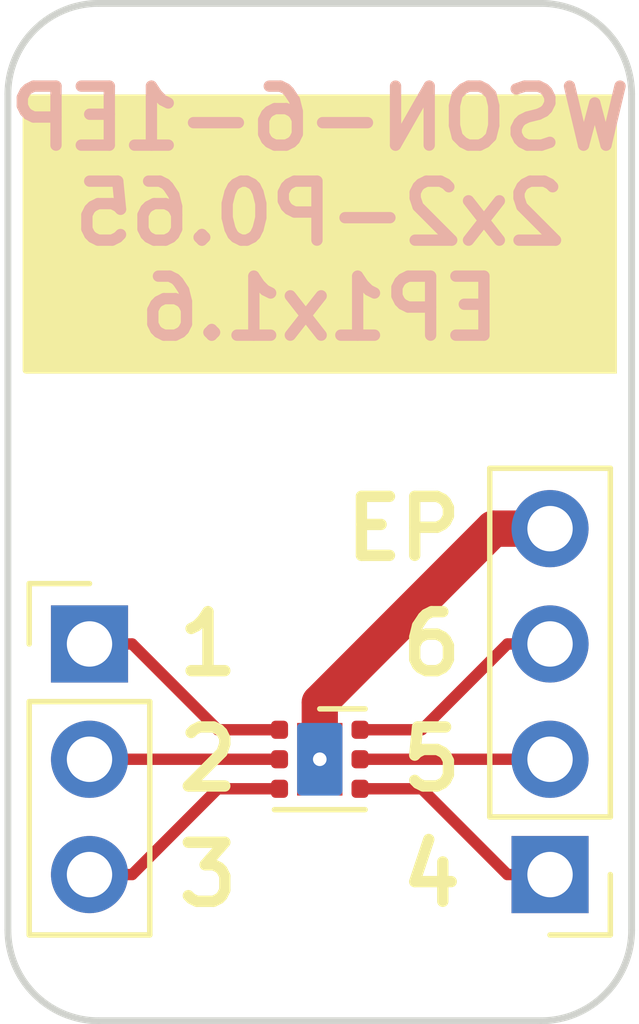
<source format=kicad_pcb>
(kicad_pcb (version 20171130) (host pcbnew 5.1.7-a382d34a8~87~ubuntu20.04.1)

  (general
    (thickness 1)
    (drawings 18)
    (tracks 18)
    (zones 0)
    (modules 3)
    (nets 8)
  )

  (page A4)
  (title_block
    (title BRK-WSON-6-1EP-2x2-P0.65-EP1x1.6)
    (rev v1.0)
    (company https://gekkio.fi)
  )

  (layers
    (0 F.Cu signal)
    (31 B.Cu signal)
    (32 B.Adhes user)
    (33 F.Adhes user)
    (34 B.Paste user)
    (35 F.Paste user)
    (36 B.SilkS user)
    (37 F.SilkS user)
    (38 B.Mask user)
    (39 F.Mask user)
    (40 Dwgs.User user)
    (41 Cmts.User user)
    (42 Eco1.User user)
    (43 Eco2.User user)
    (44 Edge.Cuts user)
    (45 Margin user)
    (46 B.CrtYd user)
    (47 F.CrtYd user)
    (48 B.Fab user)
    (49 F.Fab user)
  )

  (setup
    (last_trace_width 0.25)
    (trace_clearance 0.2)
    (zone_clearance 0.508)
    (zone_45_only no)
    (trace_min 0.2)
    (via_size 0.8)
    (via_drill 0.4)
    (via_min_size 0.4)
    (via_min_drill 0.3)
    (uvia_size 0.3)
    (uvia_drill 0.1)
    (uvias_allowed no)
    (uvia_min_size 0.2)
    (uvia_min_drill 0.1)
    (edge_width 0.05)
    (segment_width 0.2)
    (pcb_text_width 0.3)
    (pcb_text_size 1.5 1.5)
    (mod_edge_width 0.12)
    (mod_text_size 1 1)
    (mod_text_width 0.15)
    (pad_size 1.524 1.524)
    (pad_drill 0.762)
    (pad_to_mask_clearance 0)
    (aux_axis_origin 0 0)
    (visible_elements FFFFFF7F)
    (pcbplotparams
      (layerselection 0x010fc_ffffffff)
      (usegerberextensions false)
      (usegerberattributes true)
      (usegerberadvancedattributes true)
      (creategerberjobfile true)
      (excludeedgelayer true)
      (linewidth 0.150000)
      (plotframeref false)
      (viasonmask false)
      (mode 1)
      (useauxorigin false)
      (hpglpennumber 1)
      (hpglpenspeed 20)
      (hpglpendiameter 15.000000)
      (psnegative false)
      (psa4output false)
      (plotreference true)
      (plotvalue true)
      (plotinvisibletext false)
      (padsonsilk false)
      (subtractmaskfromsilk false)
      (outputformat 1)
      (mirror false)
      (drillshape 0)
      (scaleselection 1)
      (outputdirectory "gerber/"))
  )

  (net 0 "")
  (net 1 PIN1)
  (net 2 PIN2)
  (net 3 PIN3)
  (net 4 PIN4)
  (net 5 PIN5)
  (net 6 PIN6)
  (net 7 EP)

  (net_class Default "This is the default net class."
    (clearance 0.2)
    (trace_width 0.25)
    (via_dia 0.8)
    (via_drill 0.4)
    (uvia_dia 0.3)
    (uvia_drill 0.1)
    (add_net EP)
    (add_net PIN1)
    (add_net PIN2)
    (add_net PIN3)
    (add_net PIN4)
    (add_net PIN5)
    (add_net PIN6)
  )

  (module PinHeader_1x04_P2.54mm_Vertical (layer F.Cu) (tedit 59FED5CC) (tstamp 5F774D89)
    (at 105.08 102.54 180)
    (descr "Through hole straight pin header, 1x04, 2.54mm pitch, single row")
    (tags "Through hole pin header THT 1x04 2.54mm single row")
    (fp_text reference J2 (at 0 -2.33 180) (layer F.SilkS) hide
      (effects (font (size 1 1) (thickness 0.15)))
    )
    (fp_text value PinHeader_1x04_P2.54mm_Vertical (at 0 9.95 180) (layer F.Fab) hide
      (effects (font (size 1 1) (thickness 0.15)))
    )
    (fp_line (start 1.8 -1.8) (end -1.8 -1.8) (layer F.CrtYd) (width 0.05))
    (fp_line (start 1.8 9.4) (end 1.8 -1.8) (layer F.CrtYd) (width 0.05))
    (fp_line (start -1.8 9.4) (end 1.8 9.4) (layer F.CrtYd) (width 0.05))
    (fp_line (start -1.8 -1.8) (end -1.8 9.4) (layer F.CrtYd) (width 0.05))
    (fp_line (start -1.33 -1.33) (end 0 -1.33) (layer F.SilkS) (width 0.12))
    (fp_line (start -1.33 0) (end -1.33 -1.33) (layer F.SilkS) (width 0.12))
    (fp_line (start -1.33 1.27) (end 1.33 1.27) (layer F.SilkS) (width 0.12))
    (fp_line (start 1.33 1.27) (end 1.33 8.95) (layer F.SilkS) (width 0.12))
    (fp_line (start -1.33 1.27) (end -1.33 8.95) (layer F.SilkS) (width 0.12))
    (fp_line (start -1.33 8.95) (end 1.33 8.95) (layer F.SilkS) (width 0.12))
    (fp_line (start -1.27 -0.635) (end -0.635 -1.27) (layer F.Fab) (width 0.1))
    (fp_line (start -1.27 8.89) (end -1.27 -0.635) (layer F.Fab) (width 0.1))
    (fp_line (start 1.27 8.89) (end -1.27 8.89) (layer F.Fab) (width 0.1))
    (fp_line (start 1.27 -1.27) (end 1.27 8.89) (layer F.Fab) (width 0.1))
    (fp_line (start -0.635 -1.27) (end 1.27 -1.27) (layer F.Fab) (width 0.1))
    (fp_text user %R (at 0 3.81 270) (layer F.Fab)
      (effects (font (size 1 1) (thickness 0.15)))
    )
    (pad 4 thru_hole oval (at 0 7.62 180) (size 1.7 1.7) (drill 1) (layers *.Cu *.Mask)
      (net 7 EP))
    (pad 3 thru_hole oval (at 0 5.08 180) (size 1.7 1.7) (drill 1) (layers *.Cu *.Mask)
      (net 6 PIN6))
    (pad 2 thru_hole oval (at 0 2.54 180) (size 1.7 1.7) (drill 1) (layers *.Cu *.Mask)
      (net 5 PIN5))
    (pad 1 thru_hole rect (at 0 0 180) (size 1.7 1.7) (drill 1) (layers *.Cu *.Mask)
      (net 4 PIN4))
    (model ${KISYS3DMOD}/Connector_PinHeader_2.54mm.3dshapes/PinHeader_1x04_P2.54mm_Vertical.wrl
      (at (xyz 0 0 0))
      (scale (xyz 1 1 1))
      (rotate (xyz 0 0 0))
    )
  )

  (module PinHeader_1x03_P2.54mm_Vertical (layer F.Cu) (tedit 59FED5CC) (tstamp 5F774D73)
    (at 94.92 97.46)
    (descr "Through hole straight pin header, 1x03, 2.54mm pitch, single row")
    (tags "Through hole pin header THT 1x03 2.54mm single row")
    (fp_text reference J1 (at 0 -2.33) (layer F.SilkS) hide
      (effects (font (size 1 1) (thickness 0.15)))
    )
    (fp_text value PinHeader_1x03_P2.54mm_Vertical (at 0 7.41) (layer F.Fab) hide
      (effects (font (size 1 1) (thickness 0.15)))
    )
    (fp_line (start 1.8 -1.8) (end -1.8 -1.8) (layer F.CrtYd) (width 0.05))
    (fp_line (start 1.8 6.85) (end 1.8 -1.8) (layer F.CrtYd) (width 0.05))
    (fp_line (start -1.8 6.85) (end 1.8 6.85) (layer F.CrtYd) (width 0.05))
    (fp_line (start -1.8 -1.8) (end -1.8 6.85) (layer F.CrtYd) (width 0.05))
    (fp_line (start -1.33 -1.33) (end 0 -1.33) (layer F.SilkS) (width 0.12))
    (fp_line (start -1.33 0) (end -1.33 -1.33) (layer F.SilkS) (width 0.12))
    (fp_line (start -1.33 1.27) (end 1.33 1.27) (layer F.SilkS) (width 0.12))
    (fp_line (start 1.33 1.27) (end 1.33 6.41) (layer F.SilkS) (width 0.12))
    (fp_line (start -1.33 1.27) (end -1.33 6.41) (layer F.SilkS) (width 0.12))
    (fp_line (start -1.33 6.41) (end 1.33 6.41) (layer F.SilkS) (width 0.12))
    (fp_line (start -1.27 -0.635) (end -0.635 -1.27) (layer F.Fab) (width 0.1))
    (fp_line (start -1.27 6.35) (end -1.27 -0.635) (layer F.Fab) (width 0.1))
    (fp_line (start 1.27 6.35) (end -1.27 6.35) (layer F.Fab) (width 0.1))
    (fp_line (start 1.27 -1.27) (end 1.27 6.35) (layer F.Fab) (width 0.1))
    (fp_line (start -0.635 -1.27) (end 1.27 -1.27) (layer F.Fab) (width 0.1))
    (fp_text user %R (at 0 2.54 90) (layer F.Fab)
      (effects (font (size 1 1) (thickness 0.15)))
    )
    (pad 3 thru_hole oval (at 0 5.08) (size 1.7 1.7) (drill 1) (layers *.Cu *.Mask)
      (net 3 PIN3))
    (pad 2 thru_hole oval (at 0 2.54) (size 1.7 1.7) (drill 1) (layers *.Cu *.Mask)
      (net 2 PIN2))
    (pad 1 thru_hole rect (at 0 0) (size 1.7 1.7) (drill 1) (layers *.Cu *.Mask)
      (net 1 PIN1))
    (model ${KISYS3DMOD}/Connector_PinHeader_2.54mm.3dshapes/PinHeader_1x03_P2.54mm_Vertical.wrl
      (at (xyz 0 0 0))
      (scale (xyz 1 1 1))
      (rotate (xyz 0 0 0))
    )
  )

  (module WSON-6-1EP_2x2mm_P0.65mm_EP1x1.6mm (layer F.Cu) (tedit 5DC5FB10) (tstamp 5F774B2F)
    (at 100 100)
    (descr "WSON, 6 Pin (http://www.ti.com/lit/ds/symlink/tps61040.pdf#page=35), generated with kicad-footprint-generator ipc_noLead_generator.py")
    (tags "WSON NoLead")
    (attr smd)
    (fp_text reference U1 (at 0 -1.95) (layer F.SilkS) hide
      (effects (font (size 1 1) (thickness 0.15)))
    )
    (fp_text value WSON-6-1EP_2x2mm_P0.65mm_EP1x1.6mm (at 0 1.95) (layer F.Fab) hide
      (effects (font (size 1 1) (thickness 0.15)))
    )
    (fp_line (start 1.32 -1.25) (end -1.32 -1.25) (layer F.CrtYd) (width 0.05))
    (fp_line (start 1.32 1.25) (end 1.32 -1.25) (layer F.CrtYd) (width 0.05))
    (fp_line (start -1.32 1.25) (end 1.32 1.25) (layer F.CrtYd) (width 0.05))
    (fp_line (start -1.32 -1.25) (end -1.32 1.25) (layer F.CrtYd) (width 0.05))
    (fp_line (start -1 -0.5) (end -0.5 -1) (layer F.Fab) (width 0.1))
    (fp_line (start -1 1) (end -1 -0.5) (layer F.Fab) (width 0.1))
    (fp_line (start 1 1) (end -1 1) (layer F.Fab) (width 0.1))
    (fp_line (start 1 -1) (end 1 1) (layer F.Fab) (width 0.1))
    (fp_line (start -0.5 -1) (end 1 -1) (layer F.Fab) (width 0.1))
    (fp_line (start -1 1.11) (end 1 1.11) (layer F.SilkS) (width 0.12))
    (fp_line (start 0 -1.11) (end 1 -1.11) (layer F.SilkS) (width 0.12))
    (fp_text user %R (at 0 0) (layer F.Fab)
      (effects (font (size 0.5 0.5) (thickness 0.08)))
    )
    (pad "" smd roundrect (at 0 0.4) (size 0.81 0.64) (layers F.Paste) (roundrect_rratio 0.25))
    (pad "" smd roundrect (at 0 -0.4) (size 0.81 0.64) (layers F.Paste) (roundrect_rratio 0.25))
    (pad 7 smd rect (at 0 0) (size 1 1.6) (layers F.Cu F.Mask)
      (net 7 EP))
    (pad 6 smd roundrect (at 0.8875 -0.65) (size 0.375 0.4) (layers F.Cu F.Paste F.Mask) (roundrect_rratio 0.25)
      (net 6 PIN6))
    (pad 5 smd roundrect (at 0.8875 0) (size 0.375 0.4) (layers F.Cu F.Paste F.Mask) (roundrect_rratio 0.25)
      (net 5 PIN5))
    (pad 4 smd roundrect (at 0.8875 0.65) (size 0.375 0.4) (layers F.Cu F.Paste F.Mask) (roundrect_rratio 0.25)
      (net 4 PIN4))
    (pad 3 smd roundrect (at -0.8875 0.65) (size 0.375 0.4) (layers F.Cu F.Paste F.Mask) (roundrect_rratio 0.25)
      (net 3 PIN3))
    (pad 2 smd roundrect (at -0.8875 0) (size 0.375 0.4) (layers F.Cu F.Paste F.Mask) (roundrect_rratio 0.25)
      (net 2 PIN2))
    (pad 1 smd roundrect (at -0.8875 -0.65) (size 0.375 0.4) (layers F.Cu F.Paste F.Mask) (roundrect_rratio 0.25)
      (net 1 PIN1))
    (model ${KISYS3DMOD}/Package_SON.3dshapes/WSON-6-1EP_2x2mm_P0.65mm_EP1x1.6mm.wrl
      (at (xyz 0 0 0))
      (scale (xyz 1 1 1))
      (rotate (xyz 0 0 0))
    )
  )

  (gr_arc (start 104.88 85.35) (end 104.88 83.35) (angle 90) (layer Edge.Cuts) (width 0.15))
  (gr_arc (start 95.12 85.35) (end 93.12 85.35) (angle 90) (layer Edge.Cuts) (width 0.15))
  (gr_arc (start 95.12 103.76) (end 95.12 105.76) (angle 90) (layer Edge.Cuts) (width 0.15))
  (gr_arc (start 104.88 103.76) (end 106.88 103.76) (angle 90) (layer Edge.Cuts) (width 0.15))
  (gr_line (start 95.12 105.76) (end 104.88 105.76) (layer Edge.Cuts) (width 0.15))
  (gr_line (start 95.12 83.35) (end 104.88 83.35) (layer Edge.Cuts) (width 0.15))
  (gr_line (start 106.88 103.76) (end 106.88 85.35) (layer Edge.Cuts) (width 0.15))
  (gr_line (start 93.12 85.35) (end 93.12 103.76) (layer Edge.Cuts) (width 0.15))
  (gr_text EP (at 103.25 94.92) (layer F.SilkS)
    (effects (font (size 1.3 1.3) (thickness 0.25)) (justify right))
  )
  (gr_text 6 (at 103.25 97.46) (layer F.SilkS)
    (effects (font (size 1.3 1.3) (thickness 0.25)) (justify right))
  )
  (gr_text 5 (at 103.25 100) (layer F.SilkS)
    (effects (font (size 1.3 1.3) (thickness 0.25)) (justify right))
  )
  (gr_text 4 (at 103.25 102.54) (layer F.SilkS)
    (effects (font (size 1.3 1.3) (thickness 0.25)) (justify right))
  )
  (gr_text 3 (at 96.75 102.54) (layer F.SilkS)
    (effects (font (size 1.3 1.3) (thickness 0.25)) (justify left))
  )
  (gr_text 2 (at 96.75 100) (layer F.SilkS)
    (effects (font (size 1.3 1.3) (thickness 0.25)) (justify left))
  )
  (gr_text 1 (at 96.75 97.46) (layer F.SilkS)
    (effects (font (size 1.3 1.3) (thickness 0.25)) (justify left))
  )
  (gr_text "WSON-6-1EP\n2x2-P0.65\nEP1x1.6" (at 100 90.83) (layer B.SilkS)
    (effects (font (size 1.3 1.3) (thickness 0.25)) (justify bottom mirror))
  )
  (gr_poly (pts (xy 99.5 99.2) (xy 99.5 100.8) (xy 100.5 100.8) (xy 100.5 99.2)) (layer B.Mask) (width 0.1))
  (gr_poly (pts (xy 93.52 85.43) (xy 93.52 91.43) (xy 106.48 91.43) (xy 106.48 85.43)) (layer F.SilkS) (width 0.15))

  (segment (start 95.86 97.46) (end 94.92 97.46) (width 0.25) (layer F.Cu) (net 1))
  (segment (start 97.75 99.35) (end 95.86 97.46) (width 0.25) (layer F.Cu) (net 1))
  (segment (start 99.1125 99.35) (end 97.75 99.35) (width 0.25) (layer F.Cu) (net 1))
  (segment (start 99.1125 100) (end 94.92 100) (width 0.25) (layer F.Cu) (net 2))
  (segment (start 95.86 102.54) (end 94.92 102.54) (width 0.25) (layer F.Cu) (net 3))
  (segment (start 97.75 100.65) (end 95.86 102.54) (width 0.25) (layer F.Cu) (net 3))
  (segment (start 99.1125 100.65) (end 97.75 100.65) (width 0.25) (layer F.Cu) (net 3))
  (segment (start 104.14 102.54) (end 105.08 102.54) (width 0.25) (layer F.Cu) (net 4))
  (segment (start 102.25 100.65) (end 104.14 102.54) (width 0.25) (layer F.Cu) (net 4))
  (segment (start 100.8875 100.65) (end 102.25 100.65) (width 0.25) (layer F.Cu) (net 4))
  (segment (start 100.8875 100) (end 105.08 100) (width 0.25) (layer F.Cu) (net 5))
  (segment (start 104.14 97.46) (end 105.08 97.46) (width 0.25) (layer F.Cu) (net 6))
  (segment (start 102.25 99.35) (end 104.14 97.46) (width 0.25) (layer F.Cu) (net 6))
  (segment (start 100.8875 99.35) (end 102.25 99.35) (width 0.25) (layer F.Cu) (net 6))
  (via (at 100 100) (size 0.6) (drill 0.3) (layers F.Cu B.Cu) (net 7) (status 1000000))
  (segment (start 103.83 94.92) (end 105.08 94.92) (width 0.8) (layer F.Cu) (net 7))
  (segment (start 100 98.75) (end 103.83 94.92) (width 0.8) (layer F.Cu) (net 7))
  (segment (start 100 100) (end 100 98.75) (width 0.8) (layer F.Cu) (net 7))

  (zone (net 7) (net_name EP) (layer B.Cu) (tstamp 5F774B4E) (hatch edge 0.508)
    (connect_pads yes (clearance 0.3))
    (min_thickness 0.2)
    (fill yes (arc_segments 32) (thermal_gap 0.508) (thermal_bridge_width 0.508))
    (polygon
      (pts
        (xy 99.5 99.2) (xy 99.5 100.8) (xy 100.5 100.8) (xy 100.5 99.2)
      )
    )
    (filled_polygon
      (pts
        (xy 100.4 100.7) (xy 99.6 100.7) (xy 99.6 99.3) (xy 100.4 99.3)
      )
    )
  )
)

</source>
